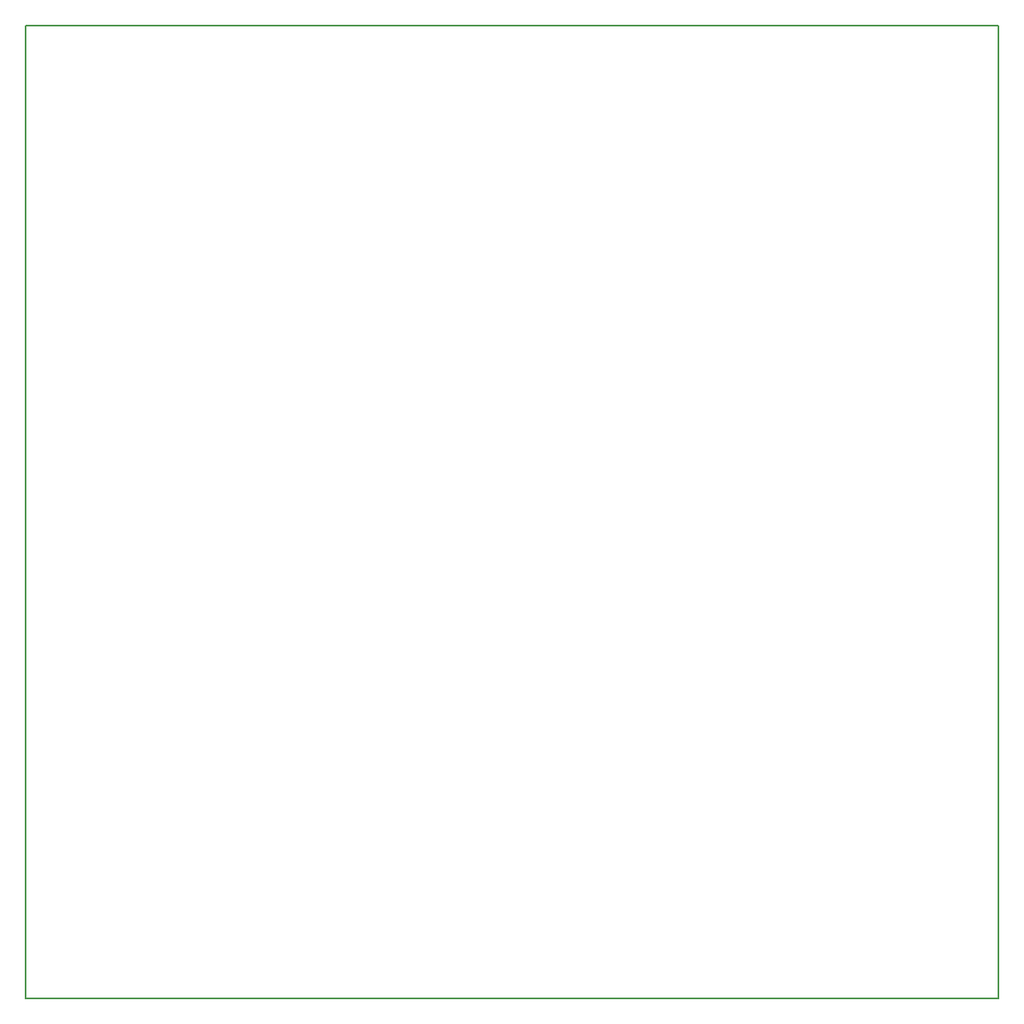
<source format=gbo>
G04 MADE WITH FRITZING*
G04 WWW.FRITZING.ORG*
G04 DOUBLE SIDED*
G04 HOLES PLATED*
G04 CONTOUR ON CENTER OF CONTOUR VECTOR*
%ASAXBY*%
%FSLAX23Y23*%
%MOIN*%
%OFA0B0*%
%SFA1.0B1.0*%
%ADD10R,3.937010X3.937010X3.921010X3.921010*%
%ADD11C,0.008000*%
%LNSILK0*%
G90*
G70*
G54D11*
X4Y3933D02*
X3933Y3933D01*
X3933Y4D01*
X4Y4D01*
X4Y3933D01*
D02*
G04 End of Silk0*
M02*
</source>
